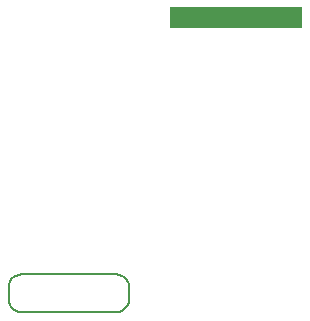
<source format=gko>
G04*
G04 #@! TF.GenerationSoftware,Altium Limited,Altium Designer,21.2.2 (38)*
G04*
G04 Layer_Color=16711935*
%FSLAX44Y44*%
%MOMM*%
G71*
G04*
G04 #@! TF.SameCoordinates,305E72B2-D9CB-4A17-871F-B91479A04AED*
G04*
G04*
G04 #@! TF.FilePolarity,Positive*
G04*
G01*
G75*
%ADD11C,0.2000*%
G36*
X497690Y611330D02*
Y593976D01*
X385640D01*
Y611330D01*
X497690D01*
D02*
G37*
D11*
X350945Y374283D02*
X350669Y376730D01*
X349855Y379055D01*
X348545Y381141D01*
X346803Y382883D01*
X344717Y384193D01*
X342392Y385007D01*
X339944Y385283D01*
Y353283D02*
X342392Y353558D01*
X344717Y354372D01*
X346803Y355682D01*
X348545Y357424D01*
X349855Y359510D01*
X350669Y361835D01*
X350945Y364283D01*
X248944D02*
X249220Y361835D01*
X250034Y359510D01*
X251344Y357424D01*
X253086Y355682D01*
X255172Y354372D01*
X257497Y353558D01*
X259944Y353283D01*
Y385283D02*
X257497Y385007D01*
X255172Y384193D01*
X253086Y382883D01*
X251344Y381141D01*
X250034Y379055D01*
X249220Y376730D01*
X248944Y374283D01*
X299944Y385283D02*
X339944D01*
X350945Y364283D02*
Y374283D01*
X259944Y353283D02*
X339944D01*
X248944Y364283D02*
Y374283D01*
X259944Y385283D02*
X299944D01*
M02*

</source>
